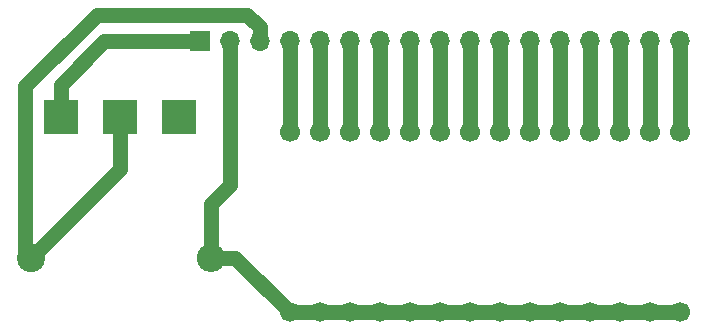
<source format=gbr>
%TF.GenerationSoftware,KiCad,Pcbnew,7.0.7*%
%TF.CreationDate,2024-05-09T15:43:52-04:00*%
%TF.ProjectId,ButtonArray,42757474-6f6e-4417-9272-61792e6b6963,rev?*%
%TF.SameCoordinates,Original*%
%TF.FileFunction,Copper,L2,Bot*%
%TF.FilePolarity,Positive*%
%FSLAX46Y46*%
G04 Gerber Fmt 4.6, Leading zero omitted, Abs format (unit mm)*
G04 Created by KiCad (PCBNEW 7.0.7) date 2024-05-09 15:43:52*
%MOMM*%
%LPD*%
G01*
G04 APERTURE LIST*
%TA.AperFunction,ComponentPad*%
%ADD10C,1.700000*%
%TD*%
%TA.AperFunction,ComponentPad*%
%ADD11R,1.700000X1.700000*%
%TD*%
%TA.AperFunction,ComponentPad*%
%ADD12O,1.700000X1.700000*%
%TD*%
%TA.AperFunction,ComponentPad*%
%ADD13R,3.000000X3.000000*%
%TD*%
%TA.AperFunction,ComponentPad*%
%ADD14C,2.400000*%
%TD*%
%TA.AperFunction,ComponentPad*%
%ADD15O,2.400000X2.400000*%
%TD*%
%TA.AperFunction,Conductor*%
%ADD16C,1.250000*%
%TD*%
G04 APERTURE END LIST*
D10*
%TO.P,J2,1,Pin_1*%
%TO.N,Net-(J2-Pin_1)*%
X59500000Y-42020000D03*
%TO.P,J2,2,Pin_2*%
%TO.N,+3.3V*%
X59500000Y-57260000D03*
%TO.P,J2,3,Pin_3*%
%TO.N,Net-(J2-Pin_3)*%
X62040000Y-42020000D03*
%TO.P,J2,4,Pin_4*%
%TO.N,+3.3V*%
X62040000Y-57260000D03*
%TO.P,J2,5,Pin_5*%
%TO.N,Net-(J2-Pin_5)*%
X64580000Y-42020000D03*
%TO.P,J2,6,Pin_6*%
%TO.N,+3.3V*%
X64580000Y-57260000D03*
%TO.P,J2,7,Pin_7*%
%TO.N,Net-(J2-Pin_7)*%
X67120000Y-42020000D03*
%TO.P,J2,8,Pin_8*%
%TO.N,+3.3V*%
X67120000Y-57260000D03*
%TO.P,J2,9,Pin_9*%
%TO.N,Net-(J2-Pin_9)*%
X69660000Y-42020000D03*
%TO.P,J2,10,Pin_10*%
%TO.N,+3.3V*%
X69660000Y-57260000D03*
%TO.P,J2,11,Pin_11*%
%TO.N,Net-(J2-Pin_11)*%
X72200000Y-42020000D03*
%TO.P,J2,12,Pin_12*%
%TO.N,+3.3V*%
X72200000Y-57260000D03*
%TO.P,J2,13,Pin_13*%
%TO.N,Net-(J2-Pin_13)*%
X74740000Y-42020000D03*
%TO.P,J2,14,Pin_14*%
%TO.N,+3.3V*%
X74740000Y-57260000D03*
%TO.P,J2,15,Pin_15*%
%TO.N,Net-(J2-Pin_15)*%
X77280000Y-42020000D03*
%TO.P,J2,16,Pin_16*%
%TO.N,+3.3V*%
X77280000Y-57260000D03*
%TO.P,J2,17,Pin_17*%
%TO.N,Net-(J2-Pin_17)*%
X79820000Y-42020000D03*
%TO.P,J2,18,Pin_18*%
%TO.N,+3.3V*%
X79820000Y-57260000D03*
%TO.P,J2,19,Pin_19*%
%TO.N,Net-(J2-Pin_19)*%
X82360000Y-42020000D03*
%TO.P,J2,20,Pin_20*%
%TO.N,+3.3V*%
X82360000Y-57260000D03*
%TO.P,J2,21,Pin_21*%
%TO.N,Net-(J2-Pin_21)*%
X84900000Y-42020000D03*
%TO.P,J2,22,Pin_22*%
%TO.N,+3.3V*%
X84900000Y-57260000D03*
%TO.P,J2,23,Pin_23*%
%TO.N,Net-(J2-Pin_23)*%
X87440000Y-42020000D03*
%TO.P,J2,24,Pin_24*%
%TO.N,+3.3V*%
X87440000Y-57260000D03*
%TO.P,J2,25,Pin_25*%
%TO.N,Net-(J2-Pin_25)*%
X89980000Y-42020000D03*
%TO.P,J2,26,Pin_26*%
%TO.N,+3.3V*%
X89980000Y-57260000D03*
%TO.P,J2,27,Pin_27*%
%TO.N,Net-(J2-Pin_27)*%
X92520000Y-42020000D03*
%TO.P,J2,28,Pin_28*%
%TO.N,+3.3V*%
X92520000Y-57260000D03*
%TD*%
D11*
%TO.P,J4,1,Pin_1*%
%TO.N,Net-(J3-Pin_1)*%
X51910000Y-34350000D03*
D12*
%TO.P,J4,2,Pin_2*%
%TO.N,+3.3V*%
X54450000Y-34350000D03*
%TO.P,J4,3,Pin_3*%
%TO.N,Net-(J3-Pin_2)*%
X56990000Y-34350000D03*
%TO.P,J4,4,Pin_4*%
%TO.N,Net-(J2-Pin_1)*%
X59530000Y-34350000D03*
%TO.P,J4,5,Pin_5*%
%TO.N,Net-(J2-Pin_3)*%
X62070000Y-34350000D03*
%TO.P,J4,6,Pin_6*%
%TO.N,Net-(J2-Pin_5)*%
X64610000Y-34350000D03*
%TO.P,J4,7,Pin_7*%
%TO.N,Net-(J2-Pin_7)*%
X67150000Y-34350000D03*
%TO.P,J4,8,Pin_8*%
%TO.N,Net-(J2-Pin_9)*%
X69690000Y-34350000D03*
%TO.P,J4,9,Pin_9*%
%TO.N,Net-(J2-Pin_11)*%
X72230000Y-34350000D03*
%TO.P,J4,10,Pin_10*%
%TO.N,Net-(J2-Pin_13)*%
X74770000Y-34350000D03*
%TO.P,J4,11,Pin_11*%
%TO.N,Net-(J2-Pin_15)*%
X77310000Y-34350000D03*
%TO.P,J4,12,Pin_12*%
%TO.N,Net-(J2-Pin_17)*%
X79850000Y-34350000D03*
%TO.P,J4,13,Pin_13*%
%TO.N,Net-(J2-Pin_19)*%
X82390000Y-34350000D03*
%TO.P,J4,14,Pin_14*%
%TO.N,Net-(J2-Pin_21)*%
X84930000Y-34350000D03*
%TO.P,J4,15,Pin_15*%
%TO.N,Net-(J2-Pin_23)*%
X87470000Y-34350000D03*
%TO.P,J4,16,Pin_16*%
%TO.N,Net-(J2-Pin_25)*%
X90010000Y-34350000D03*
%TO.P,J4,17,Pin_17*%
%TO.N,Net-(J2-Pin_27)*%
X92550000Y-34350000D03*
%TD*%
D13*
%TO.P,J3,1,Pin_1*%
%TO.N,Net-(J3-Pin_1)*%
X40110000Y-40770000D03*
%TO.P,J3,2,Pin_2*%
%TO.N,Net-(J3-Pin_2)*%
X45110000Y-40770000D03*
%TO.P,J3,3,Pin_3*%
%TO.N,unconnected-(J3-Pin_3-Pad3)*%
X50110000Y-40770000D03*
%TD*%
D14*
%TO.P,R1,1*%
%TO.N,Net-(J3-Pin_2)*%
X37590000Y-52640000D03*
D15*
%TO.P,R1,2*%
%TO.N,+3.3V*%
X52830000Y-52640000D03*
%TD*%
D16*
%TO.N,+3.3V*%
X88960000Y-57260000D02*
X89980000Y-57260000D01*
X87440000Y-57260000D02*
X88960000Y-57260000D01*
X88960000Y-57260000D02*
X92520000Y-57260000D01*
X84900000Y-57260000D02*
X87440000Y-57260000D01*
X82360000Y-57260000D02*
X84900000Y-57260000D01*
X79820000Y-57260000D02*
X82360000Y-57260000D01*
X77280000Y-57260000D02*
X79820000Y-57260000D01*
X77280000Y-57260000D02*
X74740000Y-57260000D01*
X72200000Y-57260000D02*
X74740000Y-57260000D01*
X69660000Y-57260000D02*
X72200000Y-57260000D01*
X67120000Y-57260000D02*
X69660000Y-57260000D01*
X64580000Y-57260000D02*
X67120000Y-57260000D01*
X62040000Y-57260000D02*
X64580000Y-57260000D01*
X59500000Y-57260000D02*
X62040000Y-57260000D01*
X52830000Y-52640000D02*
X54880000Y-52640000D01*
X54880000Y-52640000D02*
X59500000Y-57260000D01*
%TO.N,Net-(J3-Pin_2)*%
X37590000Y-52640000D02*
X37100000Y-52150000D01*
X37100000Y-52150000D02*
X37100000Y-38130862D01*
X37590000Y-52640000D02*
X45110000Y-45120000D01*
X45110000Y-45120000D02*
X45110000Y-40770000D01*
%TO.N,+3.3V*%
X52830000Y-52640000D02*
X52830000Y-48120000D01*
X52830000Y-48120000D02*
X54450000Y-46500000D01*
X54450000Y-46500000D02*
X54450000Y-34350000D01*
%TO.N,Net-(J2-Pin_1)*%
X59510000Y-42010000D02*
X59500000Y-42020000D01*
X59510000Y-35080000D02*
X59510000Y-42010000D01*
%TO.N,Net-(J2-Pin_3)*%
X62040000Y-42020000D02*
X62040000Y-35090000D01*
X62040000Y-35090000D02*
X62050000Y-35080000D01*
%TO.N,Net-(J2-Pin_5)*%
X64590000Y-42010000D02*
X64580000Y-42020000D01*
X64590000Y-35080000D02*
X64590000Y-42010000D01*
%TO.N,Net-(J2-Pin_7)*%
X67120000Y-35090000D02*
X67130000Y-35080000D01*
X67120000Y-42020000D02*
X67120000Y-35090000D01*
%TO.N,Net-(J2-Pin_9)*%
X69670000Y-42010000D02*
X69660000Y-42020000D01*
X69670000Y-35080000D02*
X69670000Y-42010000D01*
%TO.N,Net-(J2-Pin_11)*%
X72210000Y-35080000D02*
X72210000Y-42010000D01*
X72210000Y-42010000D02*
X72200000Y-42020000D01*
%TO.N,Net-(J2-Pin_13)*%
X74740000Y-35090000D02*
X74750000Y-35080000D01*
X74740000Y-42020000D02*
X74740000Y-35090000D01*
%TO.N,Net-(J2-Pin_15)*%
X77290000Y-35080000D02*
X77290000Y-42010000D01*
X77290000Y-42010000D02*
X77280000Y-42020000D01*
%TO.N,Net-(J2-Pin_17)*%
X79830000Y-42010000D02*
X79820000Y-42020000D01*
X79830000Y-35080000D02*
X79830000Y-42010000D01*
%TO.N,Net-(J2-Pin_19)*%
X82360000Y-42020000D02*
X82360000Y-35090000D01*
X82360000Y-35090000D02*
X82370000Y-35080000D01*
%TO.N,Net-(J2-Pin_21)*%
X84910000Y-35080000D02*
X84910000Y-42010000D01*
X84910000Y-42010000D02*
X84900000Y-42020000D01*
%TO.N,Net-(J2-Pin_23)*%
X87450000Y-35080000D02*
X87450000Y-42010000D01*
X87450000Y-42010000D02*
X87440000Y-42020000D01*
%TO.N,Net-(J2-Pin_25)*%
X89980000Y-42020000D02*
X89980000Y-35090000D01*
X89980000Y-35090000D02*
X89990000Y-35080000D01*
%TO.N,Net-(J2-Pin_27)*%
X92530000Y-35080000D02*
X92530000Y-42010000D01*
X92530000Y-42010000D02*
X92520000Y-42020000D01*
%TO.N,Net-(J3-Pin_1)*%
X40110000Y-38020000D02*
X40110000Y-40770000D01*
X43780000Y-34350000D02*
X40110000Y-38020000D01*
X51910000Y-34350000D02*
X43780000Y-34350000D01*
%TO.N,Net-(J3-Pin_2)*%
X56990000Y-34350000D02*
X56990000Y-33147919D01*
X56990000Y-33147919D02*
X55917081Y-32075000D01*
X43155862Y-32075000D02*
X37100000Y-38130862D01*
X55917081Y-32075000D02*
X43155862Y-32075000D01*
%TD*%
M02*

</source>
